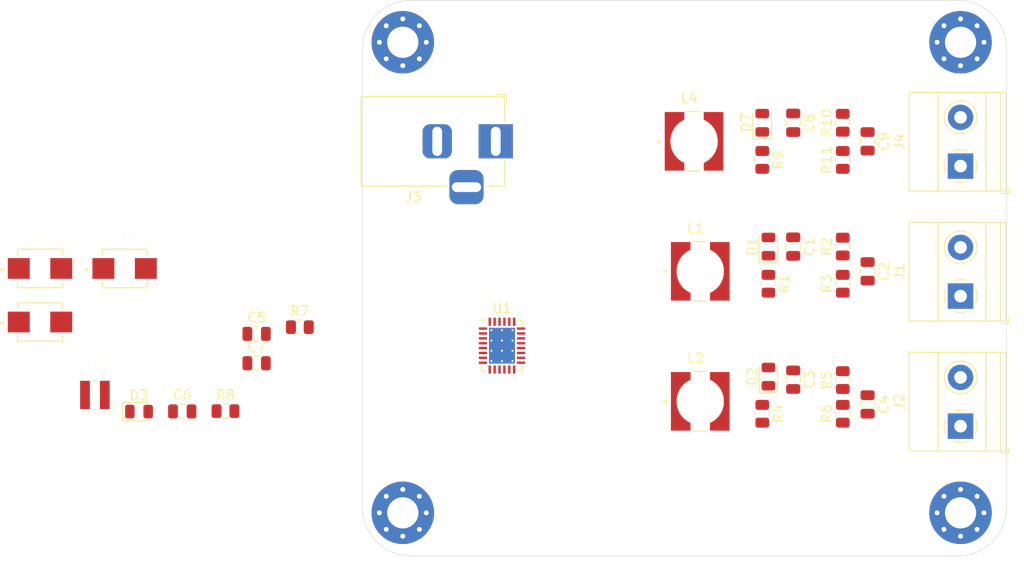
<source format=kicad_pcb>
(kicad_pcb (version 20211014) (generator pcbnew)
  (layers (0 "F.Cu" signal) (31 "B.Cu" signal) (34 "B.Paste" user) (35 "F.Paste" user) (36 "B.SilkS" user "B.Silkscreen") (37 "F.SilkS" user "F.Silkscreen") (38 "B.Mask" user) (39 "F.Mask" user) (44 "Edge.Cuts" user))
  (net 0 "")
  (net 1 "GND")
  (net 2 "+1V8")
  (net 3 "+3V3")
  (net 4 "+5V")
  (net 5 "Net-(D1-Pad1)")
  (net 6 "Net-(C7-Pad1)")
  (net 7 "/3V3/FB3")
  (net 8 "/5V0/FB4")
  (net 9 "+12V")
  (net 10 "Net-(C6-Pad1)")
  (net 11 "/1V8/FB1")
  (net 12 "Net-(D2-Pad1)")
  (net 13 "Net-(D3-Pad1)")
  (net 14 "Net-(D3-Pad2)")
  (net 15 "Net-(D7-Pad1)")
  (net 16 "Net-(R8-Pad2)")
  (net 17 "Net-(U1-Pad1)")
  (net 18 "Net-(U1-Pad2)")
  (net 19 "Net-(D5-Pad2)")
  (net 20 "/3V3/SW3")
  (net 21 "/1V8/SW1")
  (net 22 "Net-(D4-Pad2)")
  (net 23 "/5V0/SW4")
  (net 24 "Net-(D6-Pad2)")
  (net 25 "Net-(U1-Pad14)")
  (net 26 "Net-(U1-Pad22)")
  (net 27 "Net-(L3-Pad2)")
  (footprint "Capacitor_SMD:C_0805_2012Metric" (layer "F.Cu") (at 150.495 76.2 -90)
    (fp_text reference "C1" (at 0 -1.68 90) (layer "F.SilkS"))
    (fp_text value "47p")
    (fp_line (start -0.261252 0.735) (end 0.261252 0.735) (layer "F.SilkS") (width 0.12))
    (fp_line (start -0.261252 -0.735) (end 0.261252 -0.735) (layer "F.SilkS") (width 0.12))
    (pad "1" smd roundrect locked (at -0.95 0 270) (size 1 1.45) (layers "F.Cu" "F.Paste" "F.Mask") (net 3 "+3V3"))
    (pad "2" smd roundrect locked (at 0.95 0 270) (size 1 1.45) (layers "F.Cu" "F.Paste" "F.Mask") (net 7 "/3V3/FB3"))
  )
  (footprint "Capacitor_SMD:C_0805_2012Metric" (layer "F.Cu") (at 158.115 78.74 -90)
    (fp_text reference "C2" (at 0 -1.68 90) (layer "F.SilkS"))
    (fp_text value "47u")
    (fp_line (start -0.261252 0.735) (end 0.261252 0.735) (layer "F.SilkS") (width 0.12))
    (fp_line (start -0.261252 -0.735) (end 0.261252 -0.735) (layer "F.SilkS") (width 0.12))
    (pad "1" smd roundrect locked (at -0.95 0 270) (size 1 1.45) (layers "F.Cu" "F.Paste" "F.Mask") (net 3 "+3V3"))
    (pad "2" smd roundrect locked (at 0.95 0 270) (size 1 1.45) (layers "F.Cu" "F.Paste" "F.Mask") (net 1 "GND"))
  )
  (footprint "Capacitor_SMD:C_0805_2012Metric" (layer "F.Cu") (at 150.495 89.85 -90)
    (fp_text reference "C3" (at 0 -1.68 90) (layer "F.SilkS"))
    (fp_text value "22p")
    (fp_line (start -0.261252 -0.735) (end 0.261252 -0.735) (layer "F.SilkS") (width 0.12))
    (fp_line (start -0.261252 0.735) (end 0.261252 0.735) (layer "F.SilkS") (width 0.12))
    (pad "1" smd roundrect locked (at -0.95 0 270) (size 1 1.45) (layers "F.Cu" "F.Paste" "F.Mask") (net 4 "+5V"))
    (pad "2" smd roundrect locked (at 0.95 0 270) (size 1 1.45) (layers "F.Cu" "F.Paste" "F.Mask") (net 8 "/5V0/FB4"))
  )
  (footprint "Capacitor_SMD:C_0805_2012Metric" (layer "F.Cu") (at 158.115 92.39 -90)
    (fp_text reference "C4" (at 0 -1.68 90) (layer "F.SilkS"))
    (fp_text value "22u")
    (fp_line (start -0.261252 -0.735) (end 0.261252 -0.735) (layer "F.SilkS") (width 0.12))
    (fp_line (start -0.261252 0.735) (end 0.261252 0.735) (layer "F.SilkS") (width 0.12))
    (pad "1" smd roundrect locked (at -0.95 0 270) (size 1 1.45) (layers "F.Cu" "F.Paste" "F.Mask") (net 4 "+5V"))
    (pad "2" smd roundrect locked (at 0.95 0 270) (size 1 1.45) (layers "F.Cu" "F.Paste" "F.Mask") (net 1 "GND"))
  )
  (footprint "Capacitor_SMD:C_0805_2012Metric" (layer "F.Cu") (at 95.510001 85.155001)
    (fp_text reference "C5" (at 0 -1.68) (layer "F.SilkS"))
    (fp_text value "1u")
    (fp_line (start -0.261252 -0.735) (end 0.261252 -0.735) (layer "F.SilkS") (width 0.12))
    (fp_line (start -0.261252 0.735) (end 0.261252 0.735) (layer "F.SilkS") (width 0.12))
    (pad "1" smd roundrect locked (at -0.95 0) (size 1 1.45) (layers "F.Cu" "F.Paste" "F.Mask") (net 9 "+12V"))
    (pad "2" smd roundrect locked (at 0.95 0) (size 1 1.45) (layers "F.Cu" "F.Paste" "F.Mask") (net 1 "GND"))
  )
  (footprint "Capacitor_SMD:C_0805_2012Metric" (layer "F.Cu") (at 87.890001 93.105001)
    (fp_text reference "C6" (at 0 -1.68) (layer "F.SilkS"))
    (fp_text value "47n")
    (fp_line (start -0.261252 -0.735) (end 0.261252 -0.735) (layer "F.SilkS") (width 0.12))
    (fp_line (start -0.261252 0.735) (end 0.261252 0.735) (layer "F.SilkS") (width 0.12))
    (pad "1" smd roundrect locked (at -0.95 0) (size 1 1.45) (layers "F.Cu" "F.Paste" "F.Mask") (net 10 "Net-(C6-Pad1)"))
    (pad "2" smd roundrect locked (at 0.95 0) (size 1 1.45) (layers "F.Cu" "F.Paste" "F.Mask") (net 1 "GND"))
  )
  (footprint "Capacitor_SMD:C_0805_2012Metric" (layer "F.Cu") (at 95.510001 88.165001)
    (fp_text reference "C7" (at 0 -1.68) (layer "F.SilkS"))
    (fp_text value "1u")
    (fp_line (start -0.261252 -0.735) (end 0.261252 -0.735) (layer "F.SilkS") (width 0.12))
    (fp_line (start -0.261252 0.735) (end 0.261252 0.735) (layer "F.SilkS") (width 0.12))
    (pad "1" smd roundrect locked (at -0.95 0) (size 1 1.45) (layers "F.Cu" "F.Paste" "F.Mask") (net 6 "Net-(C7-Pad1)"))
    (pad "2" smd roundrect locked (at 0.95 0) (size 1 1.45) (layers "F.Cu" "F.Paste" "F.Mask") (net 9 "+12V"))
  )
  (footprint "Capacitor_SMD:C_0805_2012Metric" (layer "F.Cu") (at 150.495 63.5 -90)
    (fp_text reference "C8" (at 0 -1.68 90) (layer "F.SilkS"))
    (fp_text value "100p")
    (fp_line (start -0.261252 0.735) (end 0.261252 0.735) (layer "F.SilkS") (width 0.12))
    (fp_line (start -0.261252 -0.735) (end 0.261252 -0.735) (layer "F.SilkS") (width 0.12))
    (pad "1" smd roundrect locked (at -0.95 0 270) (size 1 1.45) (layers "F.Cu" "F.Paste" "F.Mask") (net 2 "+1V8"))
    (pad "2" smd roundrect locked (at 0.95 0 270) (size 1 1.45) (layers "F.Cu" "F.Paste" "F.Mask") (net 11 "/1V8/FB1"))
  )
  (footprint "Capacitor_SMD:C_0805_2012Metric" (layer "F.Cu") (at 158.115 65.405 -90)
    (fp_text reference "C9" (at 0 -1.68 90) (layer "F.SilkS"))
    (fp_text value "22u")
    (fp_line (start -0.261252 0.735) (end 0.261252 0.735) (layer "F.SilkS") (width 0.12))
    (fp_line (start -0.261252 -0.735) (end 0.261252 -0.735) (layer "F.SilkS") (width 0.12))
    (pad "1" smd roundrect locked (at -0.95 0 270) (size 1 1.45) (layers "F.Cu" "F.Paste" "F.Mask") (net 2 "+1V8"))
    (pad "2" smd roundrect locked (at 0.95 0 270) (size 1 1.45) (layers "F.Cu" "F.Paste" "F.Mask") (net 1 "GND"))
  )
  (footprint "LED_SMD:LED_0805_2012Metric" (layer "F.Cu") (at 147.955 76.2 90)
    (fp_text reference "D1" (at 0 -1.65 90) (layer "F.SilkS"))
    (fp_text value "LED")
    (fp_line (start -1.685 0.96) (end 1 0.96) (layer "F.SilkS") (width 0.12))
    (fp_line (start -1.685 -0.96) (end -1.685 0.96) (layer "F.SilkS") (width 0.12))
    (fp_line (start 1 -0.96) (end -1.685 -0.96) (layer "F.SilkS") (width 0.12))
    (pad "1" smd roundrect locked (at -0.9375 0 90) (size 0.975 1.4) (layers "F.Cu" "F.Paste" "F.Mask") (net 5 "Net-(D1-Pad1)"))
    (pad "2" smd roundrect locked (at 0.9375 0 90) (size 0.975 1.4) (layers "F.Cu" "F.Paste" "F.Mask") (net 3 "+3V3"))
  )
  (footprint "LED_SMD:LED_0805_2012Metric" (layer "F.Cu") (at 147.955 89.535 90)
    (fp_text reference "D2" (at 0 -1.65 90) (layer "F.SilkS"))
    (fp_text value "LED")
    (fp_line (start -1.685 0.96) (end 1 0.96) (layer "F.SilkS") (width 0.12))
    (fp_line (start -1.685 -0.96) (end -1.685 0.96) (layer "F.SilkS") (width 0.12))
    (fp_line (start 1 -0.96) (end -1.685 -0.96) (layer "F.SilkS") (width 0.12))
    (pad "1" smd roundrect locked (at -0.9375 0 90) (size 0.975 1.4) (layers "F.Cu" "F.Paste" "F.Mask") (net 12 "Net-(D2-Pad1)"))
    (pad "2" smd roundrect locked (at 0.9375 0 90) (size 0.975 1.4) (layers "F.Cu" "F.Paste" "F.Mask") (net 4 "+5V"))
  )
  (footprint "LED_SMD:LED_0805_2012Metric" (layer "F.Cu") (at 83.460001 93.120001)
    (fp_text reference "D3" (at 0 -1.65) (layer "F.SilkS"))
    (fp_text value "LED_Small")
    (fp_line (start 1 -0.96) (end -1.685 -0.96) (layer "F.SilkS") (width 0.12))
    (fp_line (start -1.685 -0.96) (end -1.685 0.96) (layer "F.SilkS") (width 0.12))
    (fp_line (start -1.685 0.96) (end 1 0.96) (layer "F.SilkS") (width 0.12))
    (pad "1" smd roundrect locked (at -0.9375 0) (size 0.975 1.4) (layers "F.Cu" "F.Paste" "F.Mask") (net 13 "Net-(D3-Pad1)"))
    (pad "2" smd roundrect locked (at 0.9375 0) (size 0.975 1.4) (layers "F.Cu" "F.Paste" "F.Mask") (net 14 "Net-(D3-Pad2)"))
  )
  (footprint "LT3514:B290" (layer "F.Cu") (at 81.985001 78.445001)
    (fp_text reference "D4" (at 0.175 -3.135) (layer "F.SilkS") (effects (font (thickness 0.015))))
    (fp_text value "D_Schottky_Small")
    (fp_line (start 2.285 1.97) (end 2.285 1.3785) (layer "F.SilkS") (width 0.127))
    (fp_line (start 2.285 -1.97) (end 2.285 -1.3785) (layer "F.SilkS") (width 0.127))
    (fp_line (start -2.285 -1.97) (end 2.285 -1.97) (layer "F.SilkS") (width 0.127))
    (fp_line (start -2.285 1.3785) (end -2.285 1.97) (layer "F.SilkS") (width 0.127))
    (fp_line (start -2.285 -1.3785) (end -2.285 -1.97) (layer "F.SilkS") (width 0.127))
    (fp_line (start -2.285 1.97) (end 2.285 1.97) (layer "F.SilkS") (width 0.127))
    (fp_circle (center -3.9 0.1) (end -3.8 0.1) (layer "F.SilkS") (width 0.2) (fill none))
    (pad "1" smd rect locked (at -2.175 0) (size 2.25 2.13) (layers "F.Cu" "F.Paste" "F.Mask") (net 21 "/1V8/SW1"))
    (pad "2" smd rect locked (at 2.175 0) (size 2.25 2.13) (layers "F.Cu" "F.Paste" "F.Mask") (net 22 "Net-(D4-Pad2)"))
  )
  (footprint "LT3514:B290" (layer "F.Cu") (at 73.315001 78.445001)
    (fp_text reference "D5" (at 0.175 -3.135) (layer "F.SilkS") (effects (font (thickness 0.015))))
    (fp_text value "D_Schottky_Small")
    (fp_line (start -2.285 1.97) (end 2.285 1.97) (layer "F.SilkS") (width 0.127))
    (fp_line (start 2.285 1.97) (end 2.285 1.3785) (layer "F.SilkS") (width 0.127))
    (fp_line (start -2.285 -1.97) (end 2.285 -1.97) (layer "F.SilkS") (width 0.127))
    (fp_line (start 2.285 -1.97) (end 2.285 -1.3785) (layer "F.SilkS") (width 0.127))
    (fp_line (start -2.285 -1.3785) (end -2.285 -1.97) (layer "F.SilkS") (width 0.127))
    (fp_line (start -2.285 1.3785) (end -2.285 1.97) (layer "F.SilkS") (width 0.127))
    (fp_circle (center -3.9 0.1) (end -3.8 0.1) (layer "F.SilkS") (width 0.2) (fill none))
    (pad "1" smd rect locked (at -2.175 0) (size 2.25 2.13) (layers "F.Cu" "F.Paste" "F.Mask") (net 20 "/3V3/SW3"))
    (pad "2" smd rect locked (at 2.175 0) (size 2.25 2.13) (layers "F.Cu" "F.Paste" "F.Mask") (net 19 "Net-(D5-Pad2)"))
  )
  (footprint "LT3514:B290" (layer "F.Cu") (at 73.315001 83.935001)
    (fp_text reference "D6" (at 0.175 -3.135) (layer "F.SilkS") (effects (font (thickness 0.015))))
    (fp_text value "D_Schottky_Small")
    (fp_line (start -2.285 1.3785) (end -2.285 1.97) (layer "F.SilkS") (width 0.127))
    (fp_line (start -2.285 -1.3785) (end -2.285 -1.97) (layer "F.SilkS") (width 0.127))
    (fp_line (start 2.285 1.97) (end 2.285 1.3785) (layer "F.SilkS") (width 0.127))
    (fp_line (start -2.285 1.97) (end 2.285 1.97) (layer "F.SilkS") (width 0.127))
    (fp_line (start 2.285 -1.97) (end 2.285 -1.3785) (layer "F.SilkS") (width 0.127))
    (fp_line (start -2.285 -1.97) (end 2.285 -1.97) (layer "F.SilkS") (width 0.127))
    (fp_circle (center -3.9 0.1) (end -3.8 0.1) (layer "F.SilkS") (width 0.2) (fill none))
    (pad "1" smd rect locked (at -2.175 0) (size 2.25 2.13) (layers "F.Cu" "F.Paste" "F.Mask") (net 23 "/5V0/SW4"))
    (pad "2" smd rect locked (at 2.175 0) (size 2.25 2.13) (layers "F.Cu" "F.Paste" "F.Mask") (net 24 "Net-(D6-Pad2)"))
  )
  (footprint "LED_SMD:LED_0805_2012Metric" (layer "F.Cu") (at 147.32 63.5 90)
    (fp_text reference "D7" (at 0 -1.65 90) (layer "F.SilkS"))
    (fp_text value "LED")
    (fp_line (start -1.685 0.96) (end 1 0.96) (layer "F.SilkS") (width 0.12))
    (fp_line (start -1.685 -0.96) (end -1.685 0.96) (layer "F.SilkS") (width 0.12))
    (fp_line (start 1 -0.96) (end -1.685 -0.96) (layer "F.SilkS") (width 0.12))
    (pad "1" smd roundrect locked (at -0.9375 0 90) (size 0.975 1.4) (layers "F.Cu" "F.Paste" "F.Mask") (net 15 "Net-(D7-Pad1)"))
    (pad "2" smd roundrect locked (at 0.9375 0 90) (size 0.975 1.4) (layers "F.Cu" "F.Paste" "F.Mask") (net 2 "+1V8"))
  )
  (footprint "MountingHole:MountingHole_3.2mm_M3_Pad_Via" (layer "F.Cu") (at 167.64 55.245)
    (fp_text reference "H1" hide)
    (fp_text value "MountingHole")
    (pad "1" thru_hole circle locked (at -1.697056 -1.697056) (size 0.8 0.8) (drill 0.5) (layers *.Cu *.Mask))
    (pad "1" thru_hole circle locked (at -2.4 0) (size 0.8 0.8) (drill 0.5) (layers *.Cu *.Mask))
    (pad "1" thru_hole circle locked (at -1.697056 1.697056) (size 0.8 0.8) (drill 0.5) (layers *.Cu *.Mask))
    (pad "1" thru_hole circle locked (at 1.697056 -1.697056) (size 0.8 0.8) (drill 0.5) (layers *.Cu *.Mask))
    (pad "1" thru_hole circle locked (at 2.4 0) (size 0.8 0.8) (drill 0.5) (layers *.Cu *.Mask))
    (pad "1" thru_hole circle locked (at 0 0) (size 6.4 6.4) (drill 3.2) (layers *.Cu *.Mask))
    (pad "1" thru_hole circle locked (at 1.697056 1.697056) (size 0.8 0.8) (drill 0.5) (layers *.Cu *.Mask))
    (pad "1" thru_hole circle locked (at 0 2.4) (size 0.8 0.8) (drill 0.5) (layers *.Cu *.Mask))
    (pad "1" thru_hole circle locked (at 0 -2.4) (size 0.8 0.8) (drill 0.5) (layers *.Cu *.Mask))
  )
  (footprint "MountingHole:MountingHole_3.2mm_M3_Pad_Via" (layer "F.Cu") (at 167.64 103.505)
    (fp_text reference "H2" hide)
    (fp_text value "MountingHole")
    (pad "1" thru_hole circle locked (at 0 0) (size 6.4 6.4) (drill 3.2) (layers *.Cu *.Mask))
    (pad "1" thru_hole circle locked (at -1.697056 1.697056) (size 0.8 0.8) (drill 0.5) (layers *.Cu *.Mask))
    (pad "1" thru_hole circle locked (at -2.4 0) (size 0.8 0.8) (drill 0.5) (layers *.Cu *.Mask))
    (pad "1" thru_hole circle locked (at 2.4 0) (size 0.8 0.8) (drill 0.5) (layers *.Cu *.Mask))
    (pad "1" thru_hole circle locked (at -1.697056 -1.697056) (size 0.8 0.8) (drill 0.5) (layers *.Cu *.Mask))
    (pad "1" thru_hole circle locked (at 1.697056 -1.697056) (size 0.8 0.8) (drill 0.5) (layers *.Cu *.Mask))
    (pad "1" thru_hole circle locked (at 0 -2.4) (size 0.8 0.8) (drill 0.5) (layers *.Cu *.Mask))
    (pad "1" thru_hole circle locked (at 1.697056 1.697056) (size 0.8 0.8) (drill 0.5) (layers *.Cu *.Mask))
    (pad "1" thru_hole circle locked (at 0 2.4) (size 0.8 0.8) (drill 0.5) (layers *.Cu *.Mask))
  )
  (footprint "MountingHole:MountingHole_3.2mm_M3_Pad_Via" (layer "F.Cu") (at 110.49 103.505)
    (fp_text reference "H3" hide)
    (fp_text value "MountingHole")
    (pad "1" thru_hole circle locked (at 0 -2.4) (size 0.8 0.8) (drill 0.5) (layers *.Cu *.Mask))
    (pad "1" thru_hole circle locked (at -1.697056 1.697056) (size 0.8 0.8) (drill 0.5) (layers *.Cu *.Mask))
    (pad "1" thru_hole circle locked (at -2.4 0) (size 0.8 0.8) (drill 0.5) (layers *.Cu *.Mask))
    (pad "1" thru_hole circle locked (at -1.697056 -1.697056) (size 0.8 0.8) (drill 0.5) (layers *.Cu *.Mask))
    (pad "1" thru_hole circle locked (at 0 0) (size 6.4 6.4) (drill 3.2) (layers *.Cu *.Mask))
    (pad "1" thru_hole circle locked (at 1.697056 1.697056) (size 0.8 0.8) (drill 0.5) (layers *.Cu *.Mask))
    (pad "1" thru_hole circle locked (at 2.4 0) (size 0.8 0.8) (drill 0.5) (layers *.Cu *.Mask))
    (pad "1" thru_hole circle locked (at 1.697056 -1.697056) (size 0.8 0.8) (drill 0.5) (layers *.Cu *.Mask))
    (pad "1" thru_hole circle locked (at 0 2.4) (size 0.8 0.8) (drill 0.5) (layers *.Cu *.Mask))
  )
  (footprint "MountingHole:MountingHole_3.2mm_M3_Pad_Via" (layer "F.Cu") (at 110.49 55.245)
    (fp_text reference "H4" hide)
    (fp_text value "MountingHole")
    (pad "1" thru_hole circle locked (at 1.697056 1.697056) (size 0.8 0.8) (drill 0.5) (layers *.Cu *.Mask))
    (pad "1" thru_hole circle locked (at 0 2.4) (size 0.8 0.8) (drill 0.5) (layers *.Cu *.Mask))
    (pad "1" thru_hole circle locked (at -2.4 0) (size 0.8 0.8) (drill 0.5) (layers *.Cu *.Mask))
    (pad "1" thru_hole circle locked (at 0 0) (size 6.4 6.4) (drill 3.2) (layers *.Cu *.Mask))
    (pad "1" thru_hole circle locked (at 1.697056 -1.697056) (size 0.8 0.8) (drill 0.5) (layers *.Cu *.Mask))
    (pad "1" thru_hole circle locked (at 0 -2.4) (size 0.8 0.8) (drill 0.5) (layers *.Cu *.Mask))
    (pad "1" thru_hole circle locked (at -1.697056 -1.697056) (size 0.8 0.8) (drill 0.5) (layers *.Cu *.Mask))
    (pad "1" thru_hole circle locked (at 2.4 0) (size 0.8 0.8) (drill 0.5) (layers *.Cu *.Mask))
    (pad "1" thru_hole circle locked (at -1.697056 1.697056) (size 0.8 0.8) (drill 0.5) (layers *.Cu *.Mask))
  )
  (footprint "TerminalBlock_Phoenix:TerminalBlock_Phoenix_MKDS-1,5-2_1x02_P5.00mm_Horizontal" (layer "F.Cu") (at 167.64 81.28 90)
    (fp_text reference "J1" (at 2.5 -6.26 90) (layer "F.SilkS"))
    (fp_text value "OUT2")
    (fp_line (start 6.275 -1.069) (end 6.228 -1.023) (layer "F.SilkS") (width 0.12))
    (fp_line (start 6.07 -1.275) (end 6.035 -1.239) (layer "F.SilkS") (width 0.12))
    (fp_line (start -2.56 2.6) (end 7.56 2.6) (layer "F.SilkS") (width 0.12))
    (fp_line (start -2.56 -2.301) (end 7.56 -2.301) (layer "F.SilkS") (width 0.12))
    (fp_line (start 3.773 1.023) (end 3.726 1.069) (layer "F.SilkS") (width 0.12))
    (fp_line (start -2.56 4.1) (end 7.56 4.1) (layer "F.SilkS") (width 0.12))
    (fp_line (start -2.8 4.9) (end -2.3 4.9) (layer "F.SilkS") (width 0.12))
    (fp_line (start 3.966 1.239) (end 3.931 1.274) (layer "F.SilkS") (width 0.12))
    (fp_line (start -2.56 -5.261) (end 7.56 -5.261) (layer "F.SilkS") (width 0.12))
    (fp_line (start -2.56 4.66) (end 7.56 4.66) (layer "F.SilkS") (width 0.12))
    (fp_line (start 7.56 -5.261) (end 7.56 4.66) (layer "F.SilkS") (width 0.12))
    (fp_line (start -2.56 -5.261) (end -2.56 4.66) (layer "F.SilkS") (width 0.12))
    (fp_line (start -2.8 4.16) (end -2.8 4.9) (layer "F.SilkS") (width 0.12))
    (fp_arc (start -0.683042 -1.535427) (mid 0.000524 -1.680501) (end 0.684 -1.535) (layer "F.SilkS") (width 0.12))
    (fp_arc (start 1.535427 -0.683042) (mid 1.680501 0.000524) (end 1.535 0.684) (layer "F.SilkS") (width 0.12))
    (fp_arc (start 0.028805 1.680253) (mid -0.335551 1.646659) (end -0.684 1.535) (layer "F.SilkS") (width 0.12))
    (fp_arc (start 0.683318 1.534756) (mid 0.349292 1.643288) (end 0 1.68) (layer "F.SilkS") (width 0.12))
    (fp_arc (start -1.535427 0.683042) (mid -1.680501 -0.000524) (end -1.535 -0.684) (layer "F.SilkS") (width 0.12))
    (fp_circle (center 5 0) (end 6.68 0) (layer "F.SilkS") (width 0.12) (fill none))
    (pad "1" thru_hole rect locked (at 0 0 90) (size 2.6 2.6) (drill 1.3) (layers *.Cu *.Mask) (net 1 "GND"))
    (pad "2" thru_hole circle locked (at 5 0 90) (size 2.6 2.6) (drill 1.3) (layers *.Cu *.Mask) (net 3 "+3V3"))
  )
  (footprint "TerminalBlock_Phoenix:TerminalBlock_Phoenix_MKDS-1,5-2_1x02_P5.00mm_Horizontal" (layer "F.Cu") (at 167.64 94.615 90)
    (fp_text reference "J2" (at 2.5 -6.26 90) (layer "F.SilkS"))
    (fp_text value "OUT3")
    (fp_line (start -2.56 4.1) (end 7.56 4.1) (layer "F.SilkS") (width 0.12))
    (fp_line (start -2.8 4.16) (end -2.8 4.9) (layer "F.SilkS") (width 0.12))
    (fp_line (start 6.07 -1.275) (end 6.035 -1.239) (layer "F.SilkS") (width 0.12))
    (fp_line (start 6.275 -1.069) (end 6.228 -1.023) (layer "F.SilkS") (width 0.12))
    (fp_line (start -2.56 -5.261) (end -2.56 4.66) (layer "F.SilkS") (width 0.12))
    (fp_line (start 3.773 1.023) (end 3.726 1.069) (layer "F.SilkS") (width 0.12))
    (fp_line (start 7.56 -5.261) (end 7.56 4.66) (layer "F.SilkS") (width 0.12))
    (fp_line (start -2.56 4.66) (end 7.56 4.66) (layer "F.SilkS") (width 0.12))
    (fp_line (start -2.56 2.6) (end 7.56 2.6) (layer "F.SilkS") (width 0.12))
    (fp_line (start 3.966 1.239) (end 3.931 1.274) (layer "F.SilkS") (width 0.12))
    (fp_line (start -2.8 4.9) (end -2.3 4.9) (layer "F.SilkS") (width 0.12))
    (fp_line (start -2.56 -5.261) (end 7.56 -5.261) (layer "F.SilkS") (width 0.12))
    (fp_line (start -2.56 -2.301) (end 7.56 -2.301) (layer "F.SilkS") (width 0.12))
    (fp_arc (start -0.683042 -1.535427) (mid 0.000524 -1.680501) (end 0.684 -1.535) (layer "F.SilkS") (width 0.12))
    (fp_arc (start 1.535427 -0.683042) (mid 1.680501 0.000524) (end 1.535 0.684) (layer "F.SilkS") (width 0.12))
    (fp_arc (start -1.535427 0.683042) (mid -1.680501 -0.000524) (end -1.535 -0.684) (layer "F.SilkS") (width 0.12))
    (fp_arc (start 0.028805 1.680253) (mid -0.335551 1.646659) (end -0.684 1.535) (layer "F.SilkS") (width 0.12))
    (fp_arc (start 0.683318 1.534756) (mid 0.349292 1.643288) (end 0 1.68) (layer "F.SilkS") (width 0.12))
    (fp_circle (center 5 0) (end 6.68 0) (layer "F.SilkS") (width 0.12) (fill none))
    (pad "1" thru_hole rect locked (at 0 0 90) (size 2.6 2.6) (drill 1.3) (layers *.Cu *.Mask) (net 1 "GND"))
    (pad "2" thru_hole circle locked (at 5 0 90) (size 2.6 2.6) (drill 1.3) (layers *.Cu *.Mask) (net 4 "+5V"))
  )
  (footprint "Connector_BarrelJack:BarrelJack_Horizontal" (layer "F.Cu") (at 120.015 65.405)
    (fp_text reference "J3" (at -8.45 5.75) (layer "F.SilkS"))
    (fp_text value "Barrel_Jack_Switch")
    (fp_line (start 0.9 4.6) (end -1 4.6) (layer "F.SilkS") (width 0.12))
    (fp_line (start -13.8 -4.6) (end 0.9 -4.6) (layer "F.SilkS") (width 0.12))
    (fp_line (start 0.9 1.9) (end 0.9 4.6) (layer "F.SilkS") (width 0.12))
    (fp_line (start -13.8 4.6) (end -13.8 -4.6) (layer "F.SilkS") (width 0.12))
    (fp_line (start 1.1 -3.75) (end 1.1 -4.8) (layer "F.SilkS") (width 0.12))
    (fp_line (start 0.05 -4.8) (end 1.1 -4.8) (layer "F.SilkS") (width 0.12))
    (fp_line (start 0.9 -4.6) (end 0.9 -2) (layer "F.SilkS") (width 0.12))
    (fp_line (start -5 4.6) (end -13.8 4.6) (layer "F.SilkS") (width 0.12))
    (pad "1" thru_hole rect locked (at 0 0) (size 3.5 3.5) (drill oval 1 3) (layers *.Cu *.Mask) (net 9 "+12V"))
    (pad "2" thru_hole roundrect locked (at -6 0) (size 3 3.5) (drill oval 1 3) (layers *.Cu *.Mask) (net 1 "GND"))
    (pad "3" thru_hole roundrect locked (at -3 4.7) (size 3.5 3.5) (drill oval 3 1) (layers *.Cu *.Mask) (net 1 "GND"))
  )
  (footprint "LT3514:MSS6132" (layer "F.Cu") (at 140.97 78.74)
    (fp_text reference "L1" (at -0.475 -4.435) (layer "F.SilkS"))
    (fp_text value "4.7u")
    (fp_poly (pts (xy -1 -3) (xy -3 -3) (xy -3 3) (xy -1 3) (xy -1 2.2105) (xy -1.095791 2.165908) (xy -1.178273 2.123244) (xy -1.25903 2.077399) (xy -1.337939 2.028442) (xy -1.414881 1.976446) (xy -1.489737 1.921492) (xy -1.562395 1.863663) (xy -1.632745 1.803046) (xy -1.700679 1.739733) (xy -1.766094 1.673822) (xy -1.82889 1.605411) (xy -1.888974 1.534605) (xy -1.946252 1.461512) (xy -2.000638 1.386242) (xy -2.05205 1.308909) (xy -2.100409 1.229632) (xy -2.145643 1.148531) (xy -2.187681 1.065729) (xy -2.226461 0.981351) (xy -2.261923 0.895526) (xy -2.294013 0.808385) (xy -2.322684 0.720059) (xy -2.34789 0.630683) (xy -2.369595 0.540392) (xy -2.387765 0.449324) (xy -2.402371 0.357618) (xy -2.413394 0.265412) (xy -2.420814 0.172846) (xy -2.424622 0.080062) (xy -2.425 0) (xy -2.424622 -0.080062) (xy -2.420814 -0.172846) (xy -2.413394 -0.265412) (xy -2.402371 -0.357618) (xy -2.387765 -0.449324) (xy -2.369595 -0.540392) (xy -2.34789 -0.630683) (xy -2.322684 -0.720059) (xy -2.294013 -0.808385) (xy -2.261923 -0.895526) (xy -2.226461 -0.981351) (xy -2.187681 -1.065729) (xy -2.145643 -1.148531) (xy -2.100409 -1.229632) (xy -2.05205 -1.308909) (xy -2.000638 -1.386242) (xy -1.946252 -1.461512) (xy -1.888974 -1.534605) (xy -1.82889 -1.605411) (xy -1.766094 -1.673822) (xy -1.700679 -1.739733) (xy -1.632745 -1.803046) (xy -1.562395 -1.863663) (xy -1.489737 -1.921492) (xy -1.414881 -1.976446) (xy -1.337939 -2.028442) (xy -1.25903 -2.077399) (xy -1.178273 -2.123244) (xy -1.095791 -2.165908) (xy -1 -2.2105) (xy -1 -3)) (layer "F.Cu") (width 0.01) (fill solid))
    (fp_poly (pts (xy 1 -3) (xy 3 -3) (xy 3 3) (xy 1 3) (xy 1 2.2105) (xy 1.095791 2.165908) (xy 1.178273 2.123244) (xy 1.25903 2.077399) (xy 1.337939 2.028442) (xy 1.414881 1.976446) (xy 1.489737 1.921492) (xy 1.562395 1.863663) (xy 1.632745 1.803046) (xy 1.700679 1.739733) (xy 1.766094 1.673822) (xy 1.82889 1.605411) (xy 1.888974 1.534605) (xy 1.946252 1.461512) (xy 2.000638 1.386242) (xy 2.05205 1.308909) (xy 2.100409 1.229632) (xy 2.145643 1.148531) (xy 2.187681 1.065729) (xy 2.226461 0.981351) (xy 2.261923 0.895526) (xy 2.294013 0.808385) (xy 2.322684 0.720059) (xy 2.34789 0.630683) (xy 2.369595 0.540392) (xy 2.387765 0.449324) (xy 2.402371 0.357618) (xy 2.413394 0.265412) (xy 2.420814 0.172846) (xy 2.424622 0.080062) (xy 2.425 0) (xy 2.424622 -0.080062) (xy 2.420814 -0.172846) (xy 2.413394 -0.265412) (xy 2.402371 -0.357618) (xy 2.387765 -0.449324) (xy 2.369595 -0.540392) (xy 2.34789 -0.630683) (xy 2.322684 -0.720059) (xy 2.294013 -0.808385) (xy 2.261923 -0.895526) (xy 2.226461 -0.981351) (xy 2.187681 -1.065729) (xy 2.145643 -1.148531) (xy 2.100409 -1.229632) (xy 2.05205 -1.308909) (xy 2.000638 -1.386242) (xy 1.946252 -1.461512) (xy 1.888974 -1.534605) (xy 1.82889 -1.605411) (xy 1.766094 -1.673822) (xy 1.700679 -1.739733) (xy 1.632745 -1.803046) (xy 1.562395 -1.863663) (xy 1.489737 -1.921492) (xy 1.414881 -1.976446) (xy 1.337939 -2.028442) (xy 1.25903 -2.077399) (xy 1.178273 -2.123244) (xy 1.095791 -2.165908) (xy 1 -2.2105) (xy 1 -3)) (layer "F.Cu") (width 0.01) (fill solid))
    (fp_line (start -0.68 3.05) (end 0.68 3.05) (layer "F.SilkS") (width 0.127))
    (fp_line (start -0.68 -3.05) (end 0.68 -3.05) (layer "F.SilkS") (width 0.127))
    (fp_circle (center -3.6 0) (end -3.5 0) (layer "F.SilkS") (width 0.2) (fill none))
    (pad "1" smd rect locked (at -2.75 0) (size 0.1 0.1) (layers "F.Cu") (net 20 "/3V3/SW3"))
    (pad "2" smd rect locked (at 2.75 0) (size 0.1 0.1) (layers "F.Cu") (net 3 "+3V3"))
  )
  (footprint "LT3514:MSS6132" (layer "F.Cu") (at 140.97 92.075)
    (fp_text reference "L2" (at -0.475 -4.435) (layer "F.SilkS"))
    (fp_text value "8.2u")
    (fp_poly (pts (xy 1 -3) (xy 3 -3) (xy 3 3) (xy 1 3) (xy 1 2.2105) (xy 1.095791 2.165908) (xy 1.178273 2.123244) (xy 1.25903 2.077399) (xy 1.337939 2.028442) (xy 1.414881 1.976446) (xy 1.489737 1.921492) (xy 1.562395 1.863663) (xy 1.632745 1.803046) (xy 1.700679 1.739733) (xy 1.766094 1.673822) (xy 1.82889 1.605411) (xy 1.888974 1.534605) (xy 1.946252 1.461512) (xy 2.000638 1.386242) (xy 2.05205 1.308909) (xy 2.100409 1.229632) (xy 2.145643 1.148531) (xy 2.187681 1.065729) (xy 2.226461 0.981351) (xy 2.261923 0.895526) (xy 2.294013 0.808385) (xy 2.322684 0.720059) (xy 2.34789 0.630683) (xy 2.369595 0.540392) (xy 2.387765 0.449324) (xy 2.402371 0.357618) (xy 2.413394 0.265412) (xy 2.420814 0.172846) (xy 2.424622 0.080062) (xy 2.425 0) (xy 2.424622 -0.080062) (xy 2.420814 -0.172846) (xy 2.413394 -0.265412) (xy 2.402371 -0.357618) (xy 2.387765 -0.449324) (xy 2.369595 -0.540392) (xy 2.34789 -0.630683) (xy 2.322684 -0.720059) (xy 2.294013 -0.808385) (xy 2.261923 -0.895526) (xy 2.226461 -0.981351) (xy 2.187681 -1.065729) (xy 2.145643 -1.148531) (xy 2.100409 -1.229632) (xy 2.05205 -1.308909) (xy 2.000638 -1.386242) (xy 1.946252 -1.461512) (xy 1.888974 -1.534605) (xy 1.82889 -1.605411) (xy 1.766094 -1.673822) (xy 1.700679 -1.739733) (xy 1.632745 -1.803046) (xy 1.562395 -1.863663) (xy 1.489737 -1.921492) (xy 1.414881 -1.976446) (xy 1.337939 -2.028442) (xy 1.25903 -2.077399) (xy 1.178273 -2.123244) (xy 1.095791 -2.165908) (xy 1 -2.2105) (xy 1 -3)) (layer "F.Cu") (width 0.01) (fill solid))
    (fp_poly (pts (xy -1 -3) (xy -3 -3) (xy -3 3) (xy -1 3) (xy -1 2.2105) (xy -1.095791 2.165908) (xy -1.178273 2.123244) (xy -1.25903 2.077399) (xy -1.337939 2.028442) (xy -1.414881 1.976446) (xy -1.489737 1.921492) (xy -1.562395 1.863663) (xy -1.632745 1.803046) (xy -1.700679 1.739733) (xy -1.766094 1.673822) (xy -1.82889 1.605411) (xy -1.888974 1.534605) (xy -1.946252 1.461512) (xy -2.000638 1.386242) (xy -2.05205 1.308909) (xy -2.100409 1.229632) (xy -2.145643 1.148531) (xy -2.187681 1.065729) (xy -2.226461 0.981351) (xy -2.261923 0.895526) (xy -2.294013 0.808385) (xy -2.322684 0.720059) (xy -2.34789 0.630683) (xy -2.369595 0.540392) (xy -2.387765 0.449324) (xy -2.402371 0.357618) (xy -2.413394 0.265412) (xy -2.420814 0.172846) (xy -2.424622 0.080062) (xy -2.425 0) (xy -2.424622 -0.080062) (xy -2.420814 -0.172846) (xy -2.413394 -0.265412) (xy -2.402371 -0.357618) (xy -2.387765 -0.449324) (xy -2.369595 -0.540392) (xy -2.34789 -0.630683) (xy -2.322684 -0.720059) (xy -2.294013 -0.808385) (xy -2.261923 -0.895526) (xy -2.226461 -0.981351) (xy -2.187681 -1.065729) (xy -2.145643 -1.148531) (xy -2.100409 -1.229632) (xy -2.05205 -1.308909) (xy -2.000638 -1.386242) (xy -1.946252 -1.461512) (xy -1.888974 -1.534605) (xy -1.82889 -1.605411) (xy -1.766094 -1.673822) (xy -1.700679 -1.739733) (xy -1.632745 -1.803046) (xy -1.562395 -1.863663) (xy -1.489737 -1.921492) (xy -1.414881 -1.976446) (xy -1.337939 -2.028442) (xy -1.25903 -2.077399) (xy -1.178273 -2.123244) (xy -1.095791 -2.165908) (xy -1 -2.2105) (xy -1 -3)) (layer "F.Cu") (width 0.01) (fill solid))
    (fp_line (start -0.68 3.05) (end 0.68 3.05) (layer "F.SilkS") (width 0.127))
    (fp_line (start -0.68 -3.05) (end 0.68 -3.05) (layer "F.SilkS") (width 0.127))
    (fp_circle (center -3.6 0) (end -3.5 0) (layer "F.SilkS") (width 0.2) (fill none))
    (pad "1" smd rect locked (at -2.75 0) (size 0.1 0.1) (layers "F.Cu") (net 23 "/5V0/SW4"))
    (pad "2" smd rect locked (at 2.75 0) (size 0.1 0.1) (layers "F.Cu") (net 4 "+5V"))
  )
  (footprint "LT3514:EPL3015" (layer "F.Cu") (at 78.940001 91.415001)
    (fp_text reference "L3" (at 0.635 -3.175) (layer "F.SilkS") (effects (font (thickness 0.015))))
    (fp_text value "10u")
    (fp_line (start -0.15 1.5) (end 0.15 1.5) (layer "F.SilkS") (width 0.127))
    (fp_line (start -0.15 -1.5) (end 0.15 -1.5) (layer "F.SilkS") (width 0.127))
    (pad "1" smd rect locked (at -1.015 0) (size 1 2.9) (layers "F.Cu" "F.Paste" "F.Mask") (net 9 "+12V"))
    (pad "2" smd rect locked (at 1.015 0) (size 1 2.9) (layers "F.Cu" "F.Paste" "F.Mask") (net 27 "Net-(L3-Pad2)"))
  )
  (footprint "LT3514:MSS6132" (layer "F.Cu") (at 140.335 65.405)
    (fp_text reference "L4" (at -0.475 -4.435) (layer "F.SilkS"))
    (fp_text value "3.3u")
    (fp_poly (pts (xy -1 -3) (xy -3 -3) (xy -3 3) (xy -1 3) (xy -1 2.2105) (xy -1.095791 2.165908) (xy -1.178273 2.123244) (xy -1.25903 2.077399) (xy -1.337939 2.028442) (xy -1.414881 1.976446) (xy -1.489737 1.921492) (xy -1.562395 1.863663) (xy -1.632745 1.803046) (xy -1.700679 1.739733) (xy -1.766094 1.673822) (xy -1.82889 1.605411) (xy -1.888974 1.534605) (xy -1.946252 1.461512) (xy -2.000638 1.386242) (xy -2.05205 1.308909) (xy -2.100409 1.229632) (xy -2.145643 1.148531) (xy -2.187681 1.065729) (xy -2.226461 0.981351) (xy -2.261923 0.895526) (xy -2.294013 0.808385) (xy -2.322684 0.720059) (xy -2.34789 0.630683) (xy -2.369595 0.540392) (xy -2.387765 0.449324) (xy -2.402371 0.357618) (xy -2.413394 0.265412) (xy -2.420814 0.172846) (xy -2.424622 0.080062) (xy -2.425 0) (xy -2.424622 -0.080062) (xy -2.420814 -0.172846) (xy -2.413394 -0.265412) (xy -2.402371 -0.357618) (xy -2.387765 -0.449324) (xy -2.369595 -0.540392) (xy -2.34789 -0.630683) (xy -2.322684 -0.720059) (xy -2.294013 -0.808385) (xy -2.261923 -0.895526) (xy -2.226461 -0.981351) (xy -2.187681 -1.065729) (xy -2.145643 -1.148531) (xy -2.100409 -1.229632) (xy -2.05205 -1.308909) (xy -2.000638 -1.386242) (xy -1.946252 -1.461512) (xy -1.888974 -1.534605) (xy -1.82889 -1.605411) (xy -1.766094 -1.673822) (xy -1.700679 -1.739733) (xy -1.632745 -1.803046) (xy -1.562395 -1.863663) (xy -1.489737 -1.921492) (xy -1.414881 -1.976446) (xy -1.337939 -2.028442) (xy -1.25903 -2.077399) (xy -1.178273 -2.123244) (xy -1.095791 -2.165908) (xy -1 -2.2105) (xy -1 -3)) (layer "F.Cu") (width 0.01) (fill solid))
    (fp_poly (pts (xy 1 -3) (xy 3 -3) (xy 3 3) (xy 1 3) (xy 1 2.2105) (xy 1.095791 2.165908) (xy 1.178273 2.123244) (xy 1.25903 2.077399) (xy 1.337939 2.028442) (xy 1.414881 1.976446) (xy 1.489737 1.921492) (xy 1.562395 1.863663) (xy 1.632745 1.803046) (xy 1.700679 1.739733) (xy 1.766094 1.673822) (xy 1.82889 1.605411) (xy 1.888974 1.534605) (xy 1.946252 1.461512) (xy 2.000638 1.386242) (xy 2.05205 1.308909) (xy 2.100409 1.229632) (xy 2.145643 1.148531) (xy 2.187681 1.065729) (xy 2.226461 0.981351) (xy 2.261923 0.895526) (xy 2.294013 0.808385) (xy 2.322684 0.720059) (xy 2.34789 0.630683) (xy 2.369595 0.540392) (xy 2.387765 0.449324) (xy 2.402371 0.357618) (xy 2.413394 0.265412) (xy 2.420814 0.172846) (xy 2.424622 0.080062) (xy 2.425 0) (xy 2.424622 -0.080062) (xy 2.420814 -0.172846) (xy 2.413394 -0.265412) (xy 2.402371 -0.357618) (xy 2.387765 -0.449324) (xy 2.369595 -0.540392) (xy 2.34789 -0.630683) (xy 2.322684 -0.720059) (xy 2.294013 -0.808385) (xy 2.261923 -0.895526) (xy 2.226461 -0.981351) (xy 2.187681 -1.065729) (xy 2.145643 -1.148531) (xy 2.100409 -1.229632) (xy 2.05205 -1.308909) (xy 2.000638 -1.386242) (xy 1.946252 -1.461512) (xy 1.888974 -1.534605) (xy 1.82889 -1.605411) (xy 1.766094 -1.673822) (xy 1.700679 -1.739733) (xy 1.632745 -1.803046) (xy 1.562395 -1.863663) (xy 1.489737 -1.921492) (xy 1.414881 -1.976446) (xy 1.337939 -2.028442) (xy 1.25903 -2.077399) (xy 1.178273 -2.123244) (xy 1.095791 -2.165908) (xy 1 -2.2105) (xy 1 -3)) (layer "F.Cu") (width 0.01) (fill solid))
    (fp_line (start -0.68 -3.05) (end 0.68 -3.05) (layer "F.SilkS") (width 0.127))
    (fp_line (start -0.68 3.05) (end 0.68 3.05) (layer "F.SilkS") (width 0.127))
    (fp_circle (center -3.6 0) (end -3.5 0) (layer "F.SilkS") (width 0.2) (fill none))
    (pad "1" smd rect locked (at -2.75 0) (size 0.1 0.1) (layers "F.Cu") (net 21 "/1V8/SW1"))
    (pad "2" smd rect locked (at 2.75 0) (size 0.1 0.1) (layers "F.Cu") (net 2 "+1V8"))
  )
  (footprint "Resistor_SMD:R_0805_2012Metric" (layer "F.Cu") (at 147.955 80.01 -90)
    (fp_text reference "R1" (at 0 -1.65 90) (layer "F.SilkS"))
    (fp_text value "2k")
    (fp_line (start -0.227064 -0.735) (end 0.227064 -0.735) (layer "F.SilkS") (width 0.12))
    (fp_line (start -0.227064 0.735) (end 0.227064 0.735) (layer "F.SilkS") (width 0.12))
    (pad "1" smd roundrect locked (at -0.9125 0 270) (size 1.025 1.4) (layers "F.Cu" "F.Paste" "F.Mask") (roundrect_rratio 0.243902) (net 5 "Net-(D1-Pad1)"))
    (pad "2" smd roundrect locked (at 0.9125 0 270) (size 1.025 1.4) (layers "F.Cu" "F.Paste" "F.Mask") (roundrect_rratio 0.243902) (net 1 "GND"))
  )
  (footprint "Resistor_SMD:R_0805_2012Metric" (layer "F.Cu") (at 155.575 76.2 90)
    (fp_text reference "R2" (at 0 -1.65 90) (layer "F.SilkS"))
    (fp_text value "31.6k")
    (fp_line (start -0.227064 0.735) (end 0.227064 0.735) (layer "F.SilkS") (width 0.12))
    (fp_line (start -0.227064 -0.735) (end 0.227064 -0.735) (layer "F.SilkS") (width 0.12))
    (pad "1" smd roundrect locked (at -0.9125 0 90) (size 1.025 1.4) (layers "F.Cu" "F.Paste" "F.Mask") (roundrect_rratio 0.243902) (net 7 "/3V3/FB3"))
    (pad "2" smd roundrect locked (at 0.9125 0 90) (size 1.025 1.4) (layers "F.Cu" "F.Paste" "F.Mask") (roundrect_rratio 0.243902) (net 3 "+3V3"))
  )
  (footprint "Resistor_SMD:R_0805_2012Metric" (layer "F.Cu") (at 155.575 80.01 90)
    (fp_text reference "R3" (at 0 -1.65 90) (layer "F.SilkS"))
    (fp_text value "10.2k")
    (fp_line (start -0.227064 0.735) (end 0.227064 0.735) (layer "F.SilkS") (width 0.12))
    (fp_line (start -0.227064 -0.735) (end 0.227064 -0.735) (layer "F.SilkS") (width 0.12))
    (pad "1" smd roundrect locked (at -0.9125 0 90) (size 1.025 1.4) (layers "F.Cu" "F.Paste" "F.Mask") (roundrect_rratio 0.243902) (net 1 "GND"))
    (pad "2" smd roundrect locked (at 0.9125 0 90) (size 1.025 1.4) (layers "F.Cu" "F.Paste" "F.Mask") (roundrect_rratio 0.243902) (net 7 "/3V3/FB3"))
  )
  (footprint "Resistor_SMD:R_0805_2012Metric" (layer "F.Cu") (at 147.32 93.345 -90)
    (fp_text reference "R4" (at 0 -1.65 90) (layer "F.SilkS"))
    (fp_text value "2k")
    (fp_line (start -0.227064 0.735) (end 0.227064 0.735) (layer "F.SilkS") (width 0.12))
    (fp_line (start -0.227064 -0.735) (end 0.227064 -0.735) (layer "F.SilkS") (width 0.12))
    (pad "1" smd roundrect locked (at -0.9125 0 270) (size 1.025 1.4) (layers "F.Cu" "F.Paste" "F.Mask") (roundrect_rratio 0.243902) (net 12 "Net-(D2-Pad1)"))
    (pad "2" smd roundrect locked (at 0.9125 0 270) (size 1.025 1.4) (layers "F.Cu" "F.Paste" "F.Mask") (roundrect_rratio 0.243902) (net 1 "GND"))
  )
  (footprint "Resistor_SMD:R_0805_2012Metric" (layer "F.Cu") (at 155.575 89.8925 90)
    (fp_text reference "R5" (at 0 -1.65 90) (layer "F.SilkS"))
    (fp_text value "53.6k")
    (fp_line (start -0.227064 -0.735) (end 0.227064 -0.735) (layer "F.SilkS") (width 0.12))
    (fp_line (start -0.227064 0.735) (end 0.227064 0.735) (layer "F.SilkS") (width 0.12))
    (pad "1" smd roundrect locked (at -0.9125 0 90) (size 1.025 1.4) (layers "F.Cu" "F.Paste" "F.Mask") (roundrect_rratio 0.243902) (net 8 "/5V0/FB4"))
    (pad "2" smd roundrect locked (at 0.9125 0 90) (size 1.025 1.4) (layers "F.Cu" "F.Paste" "F.Mask") (roundrect_rratio 0.243902) (net 4 "+5V"))
  )
  (footprint "Resistor_SMD:R_0805_2012Metric" (layer "F.Cu") (at 155.575 93.345 90)
    (fp_text reference "R6" (at 0 -1.65 90) (layer "F.SilkS"))
    (fp_text value "10.2k")
    (fp_line (start -0.227064 0.735) (end 0.227064 0.735) (layer "F.SilkS") (width 0.12))
    (fp_line (start -0.227064 -0.735) (end 0.227064 -0.735) (layer "F.SilkS") (width 0.12))
    (pad "1" smd roundrect locked (at -0.9125 0 90) (size 1.025 1.4) (layers "F.Cu" "F.Paste" "F.Mask") (roundrect_rratio 0.243902) (net 1 "GND"))
    (pad "2" smd roundrect locked (at 0.9125 0 90) (size 1.025 1.4) (layers "F.Cu" "F.Paste" "F.Mask") (roundrect_rratio 0.243902) (net 8 "/5V0/FB4"))
  )
  (footprint "Resistor_SMD:R_0805_2012Metric" (layer "F.Cu") (at 99.940001 84.465001)
    (fp_text reference "R7" (at 0 -1.65) (layer "F.SilkS"))
    (fp_text value "2k")
    (fp_line (start -0.227064 -0.735) (end 0.227064 -0.735) (layer "F.SilkS") (width 0.12))
    (fp_line (start -0.227064 0.735) (end 0.227064 0.735) (layer "F.SilkS") (width 0.12))
    (pad "1" smd roundrect locked (at -0.9125 0) (size 1.025 1.4) (layers "F.Cu" "F.Paste" "F.Mask") (roundrect_rratio 0.243902) (net 9 "+12V"))
    (pad "2" smd roundrect locked (at 0.9125 0) (size 1.025 1.4) (layers "F.Cu" "F.Paste" "F.Mask") (roundrect_rratio 0.243902) (net 14 "Net-(D3-Pad2)"))
  )
  (footprint "Resistor_SMD:R_0805_2012Metric" (layer "F.Cu") (at 92.320001 93.075001)
    (fp_text reference "R8" (at 0 -1.65) (layer "F.SilkS"))
    (fp_text value "18.2k")
    (fp_line (start -0.227064 -0.735) (end 0.227064 -0.735) (layer "F.SilkS") (width 0.12))
    (fp_line (start -0.227064 0.735) (end 0.227064 0.735) (layer "F.SilkS") (width 0.12))
    (pad "1" smd roundrect locked (at -0.9125 0) (size 1.025 1.4) (layers "F.Cu" "F.Paste" "F.Mask") (roundrect_rratio 0.243902) (net 1 "GND"))
    (pad "2" smd roundrect locked (at 0.9125 0) (size 1.025 1.4) (layers "F.Cu" "F.Paste" "F.Mask") (roundrect_rratio 0.243902) (net 16 "Net-(R8-Pad2)"))
  )
  (footprint "Resistor_SMD:R_0805_2012Metric" (layer "F.Cu") (at 147.32 67.31 -90)
    (fp_text reference "R9" (at 0 -1.65 90) (layer "F.SilkS"))
    (fp_text value "2k")
    (fp_line (start -0.227064 -0.735) (end 0.227064 -0.735) (layer "F.SilkS") (width 0.12))
    (fp_line (start -0.227064 0.735) (end 0.227064 0.735) (layer "F.SilkS") (width 0.12))
    (pad "1" smd roundrect locked (at -0.9125 0 270) (size 1.025 1.4) (layers "F.Cu" "F.Paste" "F.Mask") (roundrect_rratio 0.243902) (net 15 "Net-(D7-Pad1)"))
    (pad "2" smd roundrect locked (at 0.9125 0 270) (size 1.025 1.4) (layers "F.Cu" "F.Paste" "F.Mask") (roundrect_rratio 0.243902) (net 1 "GND"))
  )
  (footprint "Resistor_SMD:R_0805_2012Metric" (layer "F.Cu") (at 155.575 63.5 90)
    (fp_text reference "R10" (at 0 -1.65 90) (layer "F.SilkS"))
    (fp_text value "12.7k")
    (fp_line (start -0.227064 0.735) (end 0.227064 0.735) (layer "F.SilkS") (width 0.12))
    (fp_line (start -0.227064 -0.735) (end 0.227064 -0.735) (layer "F.SilkS") (width 0.12))
    (pad "1" smd roundrect locked (at -0.9125 0 90) (size 1.025 1.4) (layers "F.Cu" "F.Paste" "F.Mask") (roundrect_rratio 0.243902) (net 11 "/1V8/FB1"))
    (pad "2" smd roundrect locked (at 0.9125 0 90) (size 1.025 1.4) (layers "F.Cu" "F.Paste" "F.Mask") (roundrect_rratio 0.243902) (net 2 "+1V8"))
  )
  (footprint "Resistor_SMD:R_0805_2012Metric" (layer "F.Cu") (at 155.575 67.31 90)
    (fp_text reference "R11" (at 0 -1.65 90) (layer "F.SilkS"))
    (fp_text value "10.2k")
    (fp_line (start -0.227064 -0.735) (end 0.227064 -0.735) (layer "F.SilkS") (width 0.12))
    (fp_line (start -0.227064 0.735) (end 0.227064 0.735) (layer "F.SilkS") (width 0.12))
    (pad "1" smd roundrect locked (at -0.9125 0 90) (size 1.025 1.4) (layers "F.Cu" "F.Paste" "F.Mask") (roundrect_rratio 0.243902) (net 1 "GND"))
    (pad "2" smd roundrect locked (at 0.9125 0 90) (size 1.025 1.4) (layers "F.Cu" "F.Paste" "F.Mask") (roundrect_rratio 0.243902) (net 11 "/1V8/FB1"))
  )
  (footprint "Package_DFN_QFN:QFN-28-1EP_4x5mm_P0.5mm_EP2.65x3.65mm_ThermalVias" (layer "F.Cu") (at 120.65 86.36)
    (fp_text reference "U1" (at 0 -3.82) (layer "F.SilkS"))
    (fp_text value "LT3514xUFD")
    (fp_line (start 2.11 -2.61) (end 2.11 -2.135) (layer "F.SilkS") (width 0.12))
    (fp_line (start 1.635 2.61) (end 2.11 2.61) (layer "F.SilkS") (width 0.12))
    (fp_line (start -2.11 2.61) (end -2.11 2.135) (layer "F.SilkS") (width 0.12))
    (fp_line (start 2.11 2.61) (end 2.11 2.135) (layer "F.SilkS") (width 0.12))
    (fp_line (start -1.635 2.61) (end -2.11 2.61) (layer "F.SilkS") (width 0.12))
    (fp_line (start 1.635 -2.61) (end 2.11 -2.61) (layer "F.SilkS") (width 0.12))
    (fp_line (start -1.635 -2.61) (end -2.11 -2.61) (layer "F.SilkS") (width 0.12))
    (pad "1" smd roundrect locked (at -1.95 -1.75) (size 0.85 0.25) (layers "F.Cu" "F.Paste" "F.Mask") (net 17 "Net-(U1-Pad1)"))
    (pad "2" smd roundrect locked (at -1.95 -1.25) (size 0.85 0.25) (layers "F.Cu" "F.Paste" "F.Mask") (net 18 "Net-(U1-Pad2)"))
    (pad "3" smd roundrect locked (at -1.95 -0.75) (size 0.85 0.25) (layers "F.Cu" "F.Paste" "F.Mask") (net 19 "Net-(D5-Pad2)"))
    (pad "4" smd roundrect locked (at -1.95 -0.25) (size 0.85 0.25) (layers "F.Cu" "F.Paste" "F.Mask") (net 20 "/3V3/SW3"))
    (pad "5" smd roundrect locked (at -1.95 0.25) (size 0.85 0.25) (layers "F.Cu" "F.Paste" "F.Mask") (net 21 "/1V8/SW1"))
    (pad "6" smd roundrect locked (at -1.95 0.75) (size 0.85 0.25) (layers "F.Cu" "F.Paste" "F.Mask") (net 22 "Net-(D4-Pad2)"))
    (pad "7" smd roundrect locked (at -1.95 1.25) (size 0.85 0.25) (layers "F.Cu" "F.Paste" "F.Mask") (net 23 "/5V0/SW4"))
    (pad "8" smd roundrect locked (at -1.95 1.75) (size 0.85 0.25) (layers "F.Cu" "F.Paste" "F.Mask") (net 24 "Net-(D6-Pad2)"))
    (pad "9" smd roundrect locked (at -1.25 2.45) (size 0.25 0.85) (layers "F.Cu" "F.Paste" "F.Mask") (net 9 "+12V"))
    (pad "10" smd roundrect locked (at -0.75 2.45) (size 0.25 0.85) (layers "F.Cu" "F.Paste" "F.Mask") (net 1 "GND"))
    (pad "11" smd roundrect locked (at -0.25 2.45) (size 0.25 0.85) (layers "F.Cu" "F.Paste" "F.Mask") (net 9 "+12V"))
    (pad "12" smd roundrect locked (at 0.25 2.45) (size 0.25 0.85) (layers "F.Cu" "F.Paste" "F.Mask") (net 10 "Net-(C6-Pad1)"))
    (pad "13" smd roundrect locked (at 0.75 2.45) (size 0.25 0.85) (layers "F.Cu" "F.Paste" "F.Mask") (net 10 "Net-(C6-Pad1)"))
    (pad "14" smd roundrect locked (at 1.25 2.45) (size 0.25 0.85) (layers "F.Cu" "F.Paste" "F.Mask") (net 25 "Net-(U1-Pad14)"))
    (pad "15" smd roundrect locked (at 1.95 1.75) (size 0.85 0.25) (layers "F.Cu" "F.Paste" "F.Mask") (net 10 "Net-(C6-Pad1)"))
    (pad "16" smd roundrect locked (at 1.95 1.25) (size 0.85 0.25) (layers "F.Cu" "F.Paste" "F.Mask") (net 9 "+12V"))
    (pad "17" smd roundrect locked (at 1.95 0.75) (size 0.85 0.25) (layers "F.Cu" "F.Paste" "F.Mask") (net 16 "Net-(R8-Pad2)"))
    (pad "18" smd roundrect locked (at 1.95 0.25) (size 0.85 0.25) (layers "F.Cu" "F.Paste" "F.Mask") (net 1 "GND"))
    (pad "19" smd roundrect locked (at 1.95 -0.25) (size 0.85 0.25) (layers "F.Cu" "F.Paste" "F.Mask") (net 8 "/5V0/FB4"))
    (pad "20" smd roundrect locked (at 1.95 -0.75) (size 0.85 0.25) (layers "F.Cu" "F.Paste" "F.Mask") (net 11 "/1V8/FB1"))
    (pad "21" smd roundrect locked (at 1.95 -1.25) (size 0.85 0.25) (layers "F.Cu" "F.Paste" "F.Mask") (net 7 "/3V3/FB3"))
    (pad "22" smd roundrect locked (at 1.95 -1.75) (size 0.85 0.25) (layers "F.Cu" "F.Paste" "F.Mask") (net 26 "Net-(U1-Pad22)"))
    (pad "23" smd roundrect locked (at 1.25 -2.45) (size 0.25 0.85) (layers "F.Cu" "F.Paste" "F.Mask") (net 13 "Net-(D3-Pad1)"))
    (pad "24" smd roundrect locked (at 0.75 -2.45) (size 0.25 0.85) (layers "F.Cu" "F.Paste" "F.Mask") (net 27 "Net-(L3-Pad2)"))
    (pad "25" smd roundrect locked (at 0.25 -2.45) (size 0.25 0.85) (layers "F.Cu" "F.Paste" "F.Mask") (net 6 "Net-(C7-Pad1)"))
    (pad "26" smd roundrect locked (at -0.25 -2.45) (size 0.25 0.85) (layers "F.Cu" "F.Paste" "F.Mask") (net 9 "+12V"))
    (pad "27" smd roundrect locked (at -0.75 -2.45) (size 0.25 0.85) (layers "F.Cu" "F.Paste" "F.Mask") (net 1 "GND"))
    (pad "28" smd roundrect locked (at -1.25 -2.45) (size 0.25 0.85) (layers "F.Cu" "F.Paste" "F.Mask") (net 9 "+12V"))
    (pad "29" smd rect locked (at 0 0) (size 2.65 3.65) (layers "F.Cu" "F.Mask") (net 1 "GND"))
    (pad "29" thru_hole circle locked (at 1.075 0.525) (size 0.5 0.5) (drill 0.2) (layers *.Cu) (net 1 "GND"))
    (pad "29" thru_hole circle locked (at 0 1.575) (size 0.5 0.5) (drill 0.2) (layers *.Cu) (net 1 "GND"))
    (pad "29" thru_hole circle locked (at 1.075 1.575) (size 0.5 0.5) (drill 0.2) (layers *.Cu) (net 1 "GND"))
    (pad "29" thru_hole circle locked (at -1.075 -0.525) (size 0.5 0.5) (drill 0.2) (layers *.Cu) (net 1 "GND"))
    (pad "29" thru_hole circle locked (at 1.075 -0.525) (size 0.5 0.5) (drill 0.2) (layers *.Cu) (net 1 "GND"))
    (pad "29" thru_hole circle locked (at 1.075 -1.575) (size 0.5 0.5) (drill 0.2) (layers *.Cu) (net 1 "GND"))
    (pad "29" thru_hole circle locked (at -1.075 1.575) (size 0.5 0.5) (drill 0.2) (layers *.Cu) (net 1 "GND"))
    (pad "29" thru_hole circle locked (at 0 0.525) (size 0.5 0.5) (drill 0.2) (layers *.Cu) (net 1 "GND"))
    (pad "29" thru_hole circle locked (at -1.075 0.525) (size 0.5 0.5) (drill 0.2) (layers *.Cu) (net 1 "GND"))
    (pad "29" smd rect locked (at 0 0) (size 2.65 3.65) (layers "B.Cu") (net 1 "GND"))
    (pad "29" thru_hole circle locked (at -1.075 -1.575) (size 0.5 0.5) (drill 0.2) (layers *.Cu) (net 1 "GND"))
    (pad "29" thru_hole circle locked (at 0 -1.575) (size 0.5 0.5) (drill 0.2) (layers *.Cu) (net 1 "GND"))
    (pad "29" thru_hole circle locked (at 0 -0.525) (size 0.5 0.5) (drill 0.2) (layers *.Cu) (net 1 "GND"))
  )
  (footprint "TerminalBlock_Phoenix:TerminalBlock_Phoenix_MKDS-1,5-2_1x02_P5.00mm_Horizontal" (layer "F.Cu") (at 167.64 67.945 90)
    (fp_text reference "J4" (at 2.5 -6.26 90) (layer "F.SilkS"))
    (fp_text value "OUT1")
    (fp_line (start -2.56 4.1) (end 7.56 4.1) (layer "F.SilkS") (width 0.12))
    (fp_line (start -2.56 -5.261) (end -2.56 4.66) (layer "F.SilkS") (width 0.12))
    (fp_line (start 6.07 -1.275) (end 6.035 -1.239) (layer "F.SilkS") (width 0.12))
    (fp_line (start 3.773 1.023) (end 3.726 1.069) (layer "F.SilkS") (width 0.12))
    (fp_line (start -2.8 4.9) (end -2.3 4.9) (layer "F.SilkS") (width 0.12))
    (fp_line (start 6.275 -1.069) (end 6.228 -1.023) (layer "F.SilkS") (width 0.12))
    (fp_line (start -2.56 4.66) (end 7.56 4.66) (layer "F.SilkS") (width 0.12))
    (fp_line (start -2.56 -2.301) (end 7.56 -2.301) (layer "F.SilkS") (width 0.12))
    (fp_line (start -2.56 -5.261) (end 7.56 -5.261) (layer "F.SilkS") (width 0.12))
    (fp_line (start -2.8 4.16) (end -2.8 4.9) (layer "F.SilkS") (width 0.12))
    (fp_line (start -2.56 2.6) (end 7.56 2.6) (layer "F.SilkS") (width 0.12))
    (fp_line (start 3.966 1.239) (end 3.931 1.274) (layer "F.SilkS") (width 0.12))
    (fp_line (start 7.56 -5.261) (end 7.56 4.66) (layer "F.SilkS") (width 0.12))
    (fp_arc (start -1.535427 0.683042) (mid -1.680501 -0.000524) (end -1.535 -0.684) (layer "F.SilkS") (width 0.12))
    (fp_arc (start 0.683318 1.534756) (mid 0.349292 1.643288) (end 0 1.68) (layer "F.SilkS") (width 0.12))
    (fp_arc (start 0.028805 1.680253) (mid -0.335551 1.646659) (end -0.684 1.535) (layer "F.SilkS") (width 0.12))
    (fp_arc (start 1.535427 -0.683042) (mid 1.680501 0.000524) (end 1.535 0.684) (layer "F.SilkS") (width 0.12))
    (fp_arc (start -0.683042 -1.535427) (mid 0.000524 -1.680501) (end 0.684 -1.535) (layer "F.SilkS") (width 0.12))
    (fp_circle (center 5 0) (end 6.68 0) (layer "F.SilkS") (width 0.12) (fill none))
    (pad "1" thru_hole rect locked (at 0 0 90) (size 2.6 2.6) (drill 1.3) (layers *.Cu *.Mask) (net 1 "GND"))
    (pad "2" thru_hole circle locked (at 5 0 90) (size 2.6 2.6) (drill 1.3) (layers *.Cu *.Mask) (net 2 "+1V8"))
  )
  (gr_line (start 167.35 50.935) (end 111.35 50.935) (layer "Edge.Cuts") (width 0.05))
  (gr_line (start 106.35 55.935) (end 106.35 102.935) (layer "Edge.Cuts") (width 0.05))
  (gr_line (start 166.35 107.935) (end 167.35 107.935) (layer "Edge.Cuts") (width 0.05))
  (gr_line (start 172.35 55.935) (end 172.35 102.935) (layer "Edge.Cuts") (width 0.05))
  (gr_line (start 111.35 107.935) (end 166.35 107.935) (layer "Edge.Cuts") (width 0.05))
  (gr_arc (start 167.35 50.935) (mid 170.885534 52.399466) (end 172.35 55.935) (layer "Edge.Cuts") (width 0.05))
  (gr_arc (start 172.35 102.935) (mid 170.885534 106.470534) (end 167.35 107.935) (layer "Edge.Cuts") (width 0.05))
  (gr_arc (start 106.35 55.935) (mid 107.814466 52.399466) (end 111.35 50.935) (layer "Edge.Cuts") (width 0.05))
  (gr_arc (start 111.35 107.935) (mid 107.814466 106.470534) (end 106.35 102.935) (layer "Edge.Cuts") (width 0.05))
)
</source>
